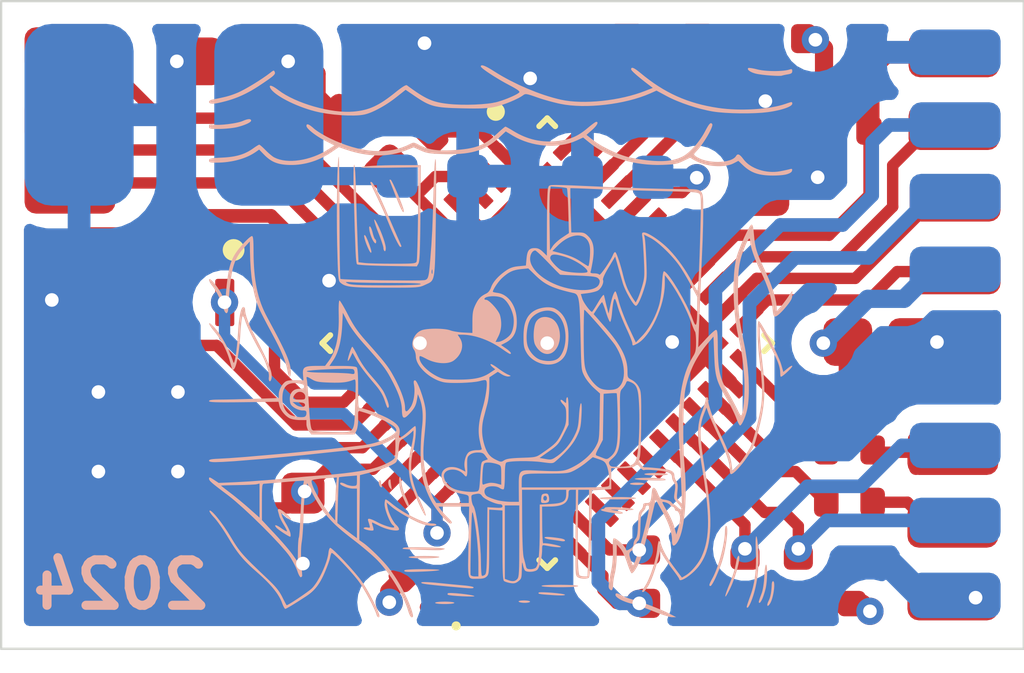
<source format=kicad_pcb>
(kicad_pcb (version 20240108) (generator "pcbnew") (generator_version "8.0")
  (layers (0 "F.Cu" signal) (1 "In1.Cu" signal) (2 "In2.Cu" signal) (31 "B.Cu" signal) (34 "B.Paste" user) (35 "F.Paste" user) (36 "B.SilkS" user "B.Silkscreen") (37 "F.SilkS" user "F.Silkscreen") (38 "B.Mask" user) (39 "F.Mask" user) (44 "Edge.Cuts" user))
  (net 0 "")
  (net 1 "GND")
  (net 2 "XIN32")
  (net 3 "XOUT32")
  (net 4 "3V3")
  (net 5 "QSPI_DATA2")
  (net 6 "SDA1")
  (net 7 "QSPI_SCK")
  (net 8 "SCL0")
  (net 9 "DAC_VOUT1")
  (net 10 "QSPI_DATA1")
  (net 11 "SWDIO")
  (net 12 "SDA0")
  (net 13 "QSPI_CS")
  (net 14 "QSPI_DATA3")
  (net 15 "QSPI_DATA0")
  (net 16 "SWCLK")
  (net 17 "SCL1")
  (net 18 "Net-(R3-Pad2)")
  (net 19 "Net-(R4-Pad2)")
  (net 20 "USB_D+")
  (net 21 "USB_D-")
  (net 22 "/~{RESET}")
  (net 23 "ADC1_AIN1")
  (net 24 "GPIO0")
  (net 25 "GPIO1")
  (net 26 "GPIO2")
  (net 27 "3V3A")
  (net 28 "ADC0_AIN4")
  (net 29 "Net-(U1B-VDDCORE)")
  (net 36 "Net-(D1-K)")
  (net 45 "LED")
  (footprint "Inductor_SMD:L_0603_1608Metric" (layer "F.Cu") (at 139.5 76.425 -45)
    (property "Reference" "FB1" (hide yes))
    (property "Value" "FerriteBead" (hide yes))
    (pad "1" smd roundrect (at -0.787501 0 315) (size 0.875 0.95) (layers "F.Cu" "F.Paste" "F.Mask") (net 4 "3V3"))
    (pad "2" smd roundrect (at 0.787501 0 315) (size 0.875 0.95) (layers "F.Cu" "F.Paste" "F.Mask") (net 27 "3V3A"))
  )
  (footprint "Wearable_processor_board:QFN50P700X700X90-49N" (layer "F.Cu") (at 143.55 80.8 -45)
    (property "Reference" "U1" (hide yes))
    (property "Value" "ATSAMD51" (hide yes))
    (pad "1" smd roundrect (at -3.45 -2.75 315) (size 0.81 0.27) (layers "F.Cu" "F.Paste" "F.Mask") (roundrect_rratio 0.095) (net 2 "XIN32"))
    (pad "2" smd roundrect (at -3.45 -2.25 315) (size 0.81 0.27) (layers "F.Cu" "F.Paste" "F.Mask") (roundrect_rratio 0.095) (net 3 "XOUT32"))
    (pad "3" smd roundrect (at -3.45 -1.749999 315) (size 0.81 0.27) (layers "F.Cu" "F.Paste" "F.Mask") (roundrect_rratio 0.095))
    (pad "4" smd roundrect (at -3.45 -1.25 315) (size 0.81 0.27) (layers "F.Cu" "F.Paste" "F.Mask") (roundrect_rratio 0.095) (net 27 "3V3A"))
    (pad "5" smd roundrect (at -3.449999 -0.75 315) (size 0.81 0.27) (layers "F.Cu" "F.Paste" "F.Mask") (roundrect_rratio 0.095) (net 1 "GND"))
    (pad "6" smd roundrect (at -3.45 -0.25 315) (size 0.81 0.27) (layers "F.Cu" "F.Paste" "F.Mask") (roundrect_rratio 0.095) (net 27 "3V3A"))
    (pad "7" smd roundrect (at -3.45 0.25 315) (size 0.81 0.27) (layers "F.Cu" "F.Paste" "F.Mask") (roundrect_rratio 0.095))
    (pad "8" smd roundrect (at -3.449999 0.75 315) (size 0.81 0.27) (layers "F.Cu" "F.Paste" "F.Mask") (roundrect_rratio 0.095) (net 23 "ADC1_AIN1"))
    (pad "9" smd roundrect (at -3.45 1.25 315) (size 0.81 0.27) (layers "F.Cu" "F.Paste" "F.Mask") (roundrect_rratio 0.095) (net 28 "ADC0_AIN4"))
    (pad "10" smd roundrect (at -3.45 1.749999 315) (size 0.81 0.27) (layers "F.Cu" "F.Paste" "F.Mask") (roundrect_rratio 0.095) (net 9 "DAC_VOUT1"))
    (pad "11" smd roundrect (at -3.45 2.25 315) (size 0.81 0.27) (layers "F.Cu" "F.Paste" "F.Mask") (roundrect_rratio 0.095))
    (pad "12" smd roundrect (at -3.45 2.75 315) (size 0.81 0.27) (layers "F.Cu" "F.Paste" "F.Mask") (roundrect_rratio 0.095))
    (pad "13" smd roundrect (at -2.75 3.45 315) (size 0.27 0.81) (layers "F.Cu" "F.Paste" "F.Mask") (roundrect_rratio 0.095) (net 15 "QSPI_DATA0"))
    (pad "14" smd roundrect (at -2.25 3.45 315) (size 0.27 0.81) (layers "F.Cu" "F.Paste" "F.Mask") (roundrect_rratio 0.095) (net 10 "QSPI_DATA1"))
    (pad "15" smd roundrect (at -1.749999 3.45 315) (size 0.27 0.81) (layers "F.Cu" "F.Paste" "F.Mask") (roundrect_rratio 0.095) (net 5 "QSPI_DATA2"))
    (pad "16" smd roundrect (at -1.25 3.45 315) (size 0.27 0.81) (layers "F.Cu" "F.Paste" "F.Mask") (roundrect_rratio 0.095) (net 14 "QSPI_DATA3"))
    (pad "17" smd roundrect (at -0.75 3.449999 315) (size 0.27 0.81) (layers "F.Cu" "F.Paste" "F.Mask") (roundrect_rratio 0.095) (net 4 "3V3"))
    (pad "18" smd roundrect (at -0.25 3.45 315) (size 0.27 0.81) (layers "F.Cu" "F.Paste" "F.Mask") (roundrect_rratio 0.095) (net 1 "GND"))
    (pad "19" smd roundrect (at 0.25 3.45 315) (size 0.27 0.81) (layers "F.Cu" "F.Paste" "F.Mask") (roundrect_rratio 0.095) (net 7 "QSPI_SCK"))
    (pad "20" smd roundrect (at 0.75 3.449999 315) (size 0.27 0.81) (layers "F.Cu" "F.Paste" "F.Mask") (roundrect_rratio 0.095) (net 13 "QSPI_CS"))
    (pad "21" smd roundrect (at 1.25 3.45 315) (size 0.27 0.81) (layers "F.Cu" "F.Paste" "F.Mask") (roundrect_rratio 0.095))
    (pad "22" smd roundrect (at 1.749999 3.45 315) (size 0.27 0.81) (layers "F.Cu" "F.Paste" "F.Mask") (roundrect_rratio 0.095))
    (pad "23" smd roundrect (at 2.25 3.45 315) (size 0.27 0.81) (layers "F.Cu" "F.Paste" "F.Mask") (roundrect_rratio 0.095))
    (pad "24" smd roundrect (at 2.75 3.45 315) (size 0.27 0.81) (layers "F.Cu" "F.Paste" "F.Mask") (roundrect_rratio 0.095) (net 45 "LED"))
    (pad "25" smd roundrect (at 3.45 2.75 315) (size 0.81 0.27) (layers "F.Cu" "F.Paste" "F.Mask") (roundrect_rratio 0.095) (net 12 "SDA0"))
    (pad "26" smd roundrect (at 3.45 2.25 315) (size 0.81 0.27) (layers "F.Cu" "F.Paste" "F.Mask") (roundrect_rratio 0.095) (net 8 "SCL0"))
    (pad "27" smd roundrect (at 3.45 1.749999 315) (size 0.81 0.27) (layers "F.Cu" "F.Paste" "F.Mask") (roundrect_rratio 0.095))
    (pad "28" smd roundrect (at 3.45 1.25 315) (size 0.81 0.27) (layers "F.Cu" "F.Paste" "F.Mask") (roundrect_rratio 0.095))
    (pad "29" smd roundrect (at 3.449999 0.75 315) (size 0.81 0.27) (layers "F.Cu" "F.Paste" "F.Mask") (roundrect_rratio 0.095))
    (pad "30" smd roundrect (at 3.45 0.25 315) (size 0.81 0.27) (layers "F.Cu" "F.Paste" "F.Mask") (roundrect_rratio 0.095))
    (pad "31" smd roundrect (at 3.45 -0.25 315) (size 0.81 0.27) (layers "F.Cu" "F.Paste" "F.Mask") (roundrect_rratio 0.095) (net 6 "SDA1"))
    (pad "32" smd roundrect (at 3.449999 -0.75 315) (size 0.81 0.27) (layers "F.Cu" "F.Paste" "F.Mask") (roundrect_rratio 0.095) (net 17 "SCL1"))
    (pad "33" smd roundrect (at 3.45 -1.25 315) (size 0.81 0.27) (layers "F.Cu" "F.Paste" "F.Mask") (roundrect_rratio 0.095) (net 21 "USB_D-"))
    (pad "34" smd roundrect (at 3.45 -1.749999 315) (size 0.81 0.27) (layers "F.Cu" "F.Paste" "F.Mask") (roundrect_rratio 0.095) (net 20 "USB_D+"))
    (pad "35" smd roundrect (at 3.45 -2.25 315) (size 0.81 0.27) (layers "F.Cu" "F.Paste" "F.Mask") (roundrect_rratio 0.095) (net 1 "GND"))
    (pad "36" smd roundrect (at 3.45 -2.75 315) (size 0.81 0.27) (layers "F.Cu" "F.Paste" "F.Mask") (roundrect_rratio 0.095) (net 4 "3V3"))
    (pad "37" smd roundrect (at 2.75 -3.45 315) (size 0.27 0.81) (layers "F.Cu" "F.Paste" "F.Mask") (roundrect_rratio 0.095) (net 24 "GPIO0"))
    (pad "38" smd roundrect (at 2.25 -3.45 315) (size 0.27 0.81) (layers "F.Cu" "F.Paste" "F.Mask") (roundrect_rratio 0.095) (net 25 "GPIO1"))
    (pad "39" smd roundrect (at 1.749999 -3.45 315) (size 0.27 0.81) (layers "F.Cu" "F.Paste" "F.Mask") (roundrect_rratio 0.095) (net 26 "GPIO2"))
    (pad "40" smd roundrect (at 1.25 -3.45 315) (size 0.27 0.81) (layers "F.Cu" "F.Paste" "F.Mask") (roundrect_rratio 0.095) (net 22 "/~{RESET}"))
    (pad "41" smd roundrect (at 0.75 -3.449999 315) (size 0.27 0.81) (layers "F.Cu" "F.Paste" "F.Mask") (roundrect_rratio 0.095) (net 29 "Net-(U1B-VDDCORE)"))
    (pad "42" smd roundrect (at 0.25 -3.45 315) (size 0.27 0.81) (layers "F.Cu" "F.Paste" "F.Mask") (roundrect_rratio 0.095) (net 1 "GND"))
    (pad "43" smd roundrect (at -0.25 -3.45 315) (size 0.27 0.81) (layers "F.Cu" "F.Paste" "F.Mask") (roundrect_rratio 0.095))
    (pad "44" smd roundrect (at -0.75 -3.449999 315) (size 0.27 0.81) (layers "F.Cu" "F.Paste" "F.Mask") (roundrect_rratio 0.095) (net 4 "3V3"))
    (pad "45" smd roundrect (at -1.25 -3.45 315) (size 0.27 0.81) (layers "F.Cu" "F.Paste" "F.Mask") (roundrect_rratio 0.095) (net 16 "SWCLK"))
    (pad "46" smd roundrect (at -1.749999 -3.45 315) (size 0.27 0.81) (layers "F.Cu" "F.Paste" "F.Mask") (roundrect_rratio 0.095) (net 11 "SWDIO"))
    (pad "47" smd roundrect (at -2.25 -3.45 315) (size 0.27 0.81) (layers "F.Cu" "F.Paste" "F.Mask") (roundrect_rratio 0.095))
    (pad "48" smd roundrect (at -2.75 -3.45 315) (size 0.27 0.81) (layers "F.Cu" "F.Paste" "F.Mask") (roundrect_rratio 0.095))
    (pad "EP" smd rect (at 0 0 315) (size 5.65 5.65) (layers "F.Cu" "F.Mask") (net 1 "GND"))
  )
  (footprint "Connector_Wire:SolderWirePad_1x01_SMD_1x2mm" (layer "F.Cu") (at 152.525 79.225 90)
    (property "Reference" "TP11" (hide yes))
    (property "Value" "TestPoint" (hide yes))
    (pad "1" smd roundrect (at 0 0 90) (size 1 2) (layers "F.Cu" "F.Paste" "F.Mask") (net 24 "GPIO0"))
  )
  (footprint "Connector_Wire:SolderWirePad_1x01_SMD_1x2mm" (layer "F.Cu") (at 145.3 74.775)
    (property "Reference" "TP1" (hide yes))
    (property "Value" "TestPoint" (hide yes))
    (pad "1" smd roundrect (at 0 0) (size 1 2) (layers "F.Cu" "F.Paste" "F.Mask") (net 11 "SWDIO"))
  )
  (footprint "Connector_Wire:SolderWirePad_1x01_SMD_1x2mm" (layer "F.Cu") (at 152.475 83.2 -90)
    (property "Reference" "TP5" (hide yes))
    (property "Value" "TestPoint" (hide yes))
    (pad "1" smd roundrect (at 0 0 270) (size 1 2) (layers "F.Cu" "F.Paste" "F.Mask") (net 18 "Net-(R3-Pad2)"))
  )
  (footprint "Capacitor_Tantalum_SMD:CP_EIA-1608-08_AVX-J" (layer "F.Cu") (at 148.35 76.75 90)
    (property "Reference" "C1" (hide yes))
    (property "Value" "10uF" (hide yes))
    (pad "1" smd roundrect (at -0.7125 0 90) (size 1.075 1.05) (layers "F.Cu" "F.Paste" "F.Mask") (roundrect_rratio 0.238095) (net 29 "Net-(U1B-VDDCORE)"))
    (pad "2" smd roundrect (at 0.7125 0 90) (size 1.075 1.05) (layers "F.Cu" "F.Paste" "F.Mask") (roundrect_rratio 0.238095) (net 1 "GND"))
  )
  (footprint "Resistor_SMD:R_0402_1005Metric" (layer "F.Cu") (at 150.2 83.15)
    (property "Reference" "R3" (hide yes))
    (property "Value" "22" (hide yes))
    (pad "1" smd roundrect (at -0.51 0) (size 0.54 0.64) (layers "F.Cu" "F.Paste" "F.Mask") (net 20 "USB_D+"))
    (pad "2" smd roundrect (at 0.51 0) (size 0.54 0.64) (layers "F.Cu" "F.Paste" "F.Mask") (net 18 "Net-(R3-Pad2)"))
  )
  (footprint "Resistor_SMD:R_0402_1005Metric" (layer "F.Cu") (at 146.275 86.525)
    (property "Reference" "R6" (hide yes))
    (property "Value" "2.2k" (hide yes))
    (pad "1" smd roundrect (at -0.51 0) (size 0.54 0.64) (layers "F.Cu" "F.Paste" "F.Mask") (net 12 "SDA0"))
    (pad "2" smd roundrect (at 0.51 0) (size 0.54 0.64) (layers "F.Cu" "F.Paste" "F.Mask") (net 4 "3V3"))
  )
  (footprint "Capacitor_SMD:C_0402_1005Metric" (layer "F.Cu") (at 150.625 82.025)
    (property "Reference" "C6" (hide yes))
    (property "Value" "0.1uF" (hide yes))
    (pad "1" smd roundrect (at -0.48 0) (size 0.56 0.62) (layers "F.Cu" "F.Paste" "F.Mask") (net 4 "3V3"))
    (pad "2" smd roundrect (at 0.48 0) (size 0.56 0.62) (layers "F.Cu" "F.Paste" "F.Mask") (net 1 "GND"))
  )
  (footprint "Wearable_processor_board:FC2012AN" (layer "F.Cu") (at 141.375 75.675 -135)
    (property "Reference" "Y1" (hide yes))
    (property "Value" "32.768kHz" (hide yes))
    (pad "1" smd roundrect (at -0.675 0 225) (size 0.5 1) (layers "F.Cu" "F.Paste" "F.Mask") (net 2 "XIN32"))
    (pad "2" smd roundrect (at 0.675 0 225) (size 0.5 1) (layers "F.Cu" "F.Paste" "F.Mask") (net 3 "XOUT32"))
  )
  (footprint "Connector_Wire:SolderWirePad_1x01_SMD_1x2mm" (layer "F.Cu") (at 152.5 76.05 90)
    (property "Reference" "TP13" (hide yes))
    (property "Value" "TestPoint" (hide yes))
    (pad "1" smd roundrect (at 0 0 90) (size 1 2) (layers "F.Cu" "F.Paste" "F.Mask") (net 26 "GPIO2"))
  )
  (footprint "Connector_Wire:SolderWirePad_1x01_SMD_1x2mm" (layer "F.Cu") (at 152.5 74.45 90)
    (property "Reference" "TP9" (hide yes))
    (property "Value" "TestPoint" (hide yes))
    (pad "1" smd roundrect (at 0 0 90) (size 1 2) (layers "F.Cu" "F.Paste" "F.Mask") (net 22 "/~{RESET}"))
  )
  (footprint "Connector_Wire:SolderWirePad_1x01_SMD_1x2mm" (layer "F.Cu") (at 133.05 74.35 -90)
    (property "Reference" "TP16" (hide yes))
    (property "Value" "TestPoint" (hide yes))
    (pad "1" smd roundrect (at 0 0 270) (size 1 2) (layers "F.Cu" "F.Paste" "F.Mask") (net 23 "ADC1_AIN1"))
  )
  (footprint "Wearable_processor_board:SON127P500X600X80-9N" (layer "F.Cu") (at 134.55 82.75 -90)
    (property "Reference" "U2" (hide yes))
    (property "Value" "S25FL064LABNFI043" (hide yes))
    (pad "1" smd roundrect (at -2.845 -1.905 270) (size 1.04 0.42) (layers "F.Cu" "F.Paste" "F.Mask") (roundrect_rratio 0.125) (net 13 "QSPI_CS"))
    (pad "2" smd roundrect (at -2.845 -0.635 270) (size 1.04 0.42) (layers "F.Cu" "F.Paste" "F.Mask") (roundrect_rratio 0.125) (net 10 "QSPI_DATA1"))
    (pad "3" smd roundrect (at -2.845 0.635 270) (size 1.04 0.42) (layers "F.Cu" "F.Paste" "F.Mask") (roundrect_rratio 0.125) (net 5 "QSPI_DATA2"))
    (pad "4" smd roundrect (at -2.845 1.905 270) (size 1.04 0.42) (layers "F.Cu" "F.Paste" "F.Mask") (roundrect_rratio 0.125) (net 1 "GND"))
    (pad "5" smd roundrect (at 2.845 1.905 270) (size 1.04 0.42) (layers "F.Cu" "F.Paste" "F.Mask") (roundrect_rratio 0.125) (net 15 "QSPI_DATA0"))
    (pad "6" smd roundrect (at 2.845 0.635 270) (size 1.04 0.42) (layers "F.Cu" "F.Paste" "F.Mask") (roundrect_rratio 0.125) (net 7 "QSPI_SCK"))
    (pad "7" smd roundrect (at 2.845 -0.635 270) (size 1.04 0.42) (layers "F.Cu" "F.Paste" "F.Mask") (roundrect_rratio 0.125) (net 14 "QSPI_DATA3"))
    (pad "8" smd roundrect (at 2.845 -1.905 270) (size 1.04 0.42) (layers "F.Cu" "F.Paste" "F.Mask") (roundrect_rratio 0.125) (net 4 "3V3"))
    (pad "9" smd rect (at 0 0 270) (size 3 3) (layers "F.Cu" "F.Mask") (net 1 "GND"))
  )
  (footprint "Capacitor_Tantalum_SMD:CP_EIA-1608-08_AVX-J" (layer "F.Cu") (at 150.875 80.775)
    (property "Reference" "C8" (hide yes))
    (property "Value" "10uF" (hide yes))
    (pad "1" smd roundrect (at -0.7125 0) (size 1.075 1.05) (layers "F.Cu" "F.Paste" "F.Mask") (roundrect_rratio 0.238095) (net 4 "3V3"))
    (pad "2" smd roundrect (at 0.7125 0) (size 1.075 1.05) (layers "F.Cu" "F.Paste" "F.Mask") (roundrect_rratio 0.238095) (net 1 "GND"))
  )
  (footprint "Resistor_SMD:R_0402_1005Metric" (layer "F.Cu") (at 147.9 86.025 -90)
    (property "Reference" "R7" (hide yes))
    (property "Value" "2.2k" (hide yes))
    (pad "1" smd roundrect (at -0.51 0 270) (size 0.54 0.64) (layers "F.Cu" "F.Paste" "F.Mask") (net 6 "SDA1"))
    (pad "2" smd roundrect (at 0.51 0 270) (size 0.54 0.64) (layers "F.Cu" "F.Paste" "F.Mask") (net 4 "3V3"))
  )
  (footprint "Connector_Wire:SolderWirePad_1x01_SMD_1x2mm" (layer "F.Cu") (at 146.85 74.775)
    (property "Reference" "TP2" (hide yes))
    (property "Value" "TestPoint" (hide yes))
    (pad "1" smd roundrect (at 0 0) (size 1 2) (layers "F.Cu" "F.Paste" "F.Mask") (net 16 "SWCLK"))
  )
  (footprint "Capacitor_SMD:C_0402_1005Metric" (layer "F.Cu") (at 150.15 76.125 180)
    (property "Reference" "C2" (hide yes))
    (property "Value" "0.1uF" (hide yes))
    (pad "1" smd roundrect (at -0.48 0 180) (size 0.56 0.62) (layers "F.Cu" "F.Paste" "F.Mask") (net 22 "/~{RESET}"))
    (pad "2" smd roundrect (at 0.48 0 180) (size 0.56 0.62) (layers "F.Cu" "F.Paste" "F.Mask") (net 1 "GND"))
  )
  (footprint "Connector_Wire:SolderWirePad_1x01_SMD_1x2mm" (layer "F.Cu") (at 133.05 75.9 -90)
    (property "Reference" "TP18" (hide yes))
    (property "Value" "TestPoint" (hide yes))
    (pad "1" smd roundrect (at 0 0 270) (size 1 2) (layers "F.Cu" "F.Paste" "F.Mask") (net 28 "ADC0_AIN4"))
  )
  (footprint "Connector_Wire:SolderWirePad_1x01_SMD_1x2mm" (layer "F.Cu") (at 152.475 84.8 90)
    (property "Reference" "TP6" (hide yes))
    (property "Value" "TestPoint" (hide yes))
    (pad "1" smd roundrect (at 0 0 90) (size 1 2) (layers "F.Cu" "F.Paste" "F.Mask") (net 19 "Net-(R4-Pad2)"))
  )
  (footprint "Capacitor_Tantalum_SMD:CP_EIA-1608-08_AVX-J" (layer "F.Cu") (at 136.6 74.6 180)
    (property "Reference" "C11" (hide yes))
    (property "Value" "10uF" (hide yes))
    (pad "1" smd roundrect (at -0.7125 0 180) (size 1.075 1.05) (layers "F.Cu" "F.Paste" "F.Mask") (roundrect_rratio 0.238095) (net 4 "3V3"))
    (pad "2" smd roundrect (at 0.7125 0 180) (size 1.075 1.05) (layers "F.Cu" "F.Paste" "F.Mask") (roundrect_rratio 0.238095) (net 1 "GND"))
  )
  (footprint "Capacitor_SMD:C_0402_1005Metric" (layer "F.Cu") (at 150.25 86.05 90)
    (property "Reference" "C5" (hide yes))
    (property "Value" "0.1uF" (hide yes))
    (pad "1" smd roundrect (at -0.48 0 90) (size 0.56 0.62) (layers "F.Cu" "F.Paste" "F.Mask") (net 4 "3V3"))
    (pad "2" smd roundrect (at 0.48 0 90) (size 0.56 0.62) (layers "F.Cu" "F.Paste" "F.Mask") (net 1 "GND"))
  )
  (footprint "Resistor_SMD:R_0402_1005Metric" (layer "F.Cu") (at 142.275 86.15 135)
    (property "Reference" "R10" (hide yes))
    (property "Value" "330" (hide yes))
    (pad "1" smd roundrect (at -0.509999 0 135) (size 0.54 0.64) (layers "F.Cu" "F.Paste" "F.Mask") (net 45 "LED"))
    (pad "2" smd roundrect (at 0.509999 0 135) (size 0.54 0.64) (layers "F.Cu" "F.Paste" "F.Mask") (net 36 "Net-(D1-K)"))
  )
  (footprint "Resistor_SMD:R_0402_1005Metric" (layer "F.Cu") (at 150.15 75.125 180)
    (property "Reference" "R9" (hide yes))
    (property "Value" "10k" (hide yes))
    (pad "1" smd roundrect (at -0.51 0 180) (size 0.54 0.64) (layers "F.Cu" "F.Paste" "F.Mask") (net 22 "/~{RESET}"))
    (pad "2" smd roundrect (at 0.51 0 180) (size 0.54 0.64) (layers "F.Cu" "F.Paste" "F.Mask") (net 4 "3V3"))
  )
  (footprint "LED_SMD:LED_0402_1005Metric" (layer "F.Cu") (at 140.775 86.25 135)
    (property "Reference" "D1" (hide yes))
    (property "Value" "Yellow LED" (hide yes))
    (pad "1" smd roundrect (at -0.485 0 135) (size 0.59 0.64) (layers "F.Cu" "F.Paste" "F.Mask") (net 36 "Net-(D1-K)"))
    (pad "2" smd roundrect (at 0.485 0 135) (size 0.59 0.64) (layers "F.Cu" "F.Paste" "F.Mask") (net 4 "3V3"))
  )
  (footprint "Capacitor_SMD:C_0402_1005Metric" (layer "F.Cu") (at 142.725 74.5 -45)
    (property "Reference" "C3" (hide yes))
    (property "Value" "18pF" (hide yes))
    (pad "1" smd roundrect (at -0.48 0 315) (size 0.56 0.62) (layers "F.Cu" "F.Paste" "F.Mask") (net 2 "XIN32"))
    (pad "2" smd roundrect (at 0.48 0 315) (size 0.56 0.62) (layers "F.Cu" "F.Paste" "F.Mask") (net 1 "GND"))
  )
  (footprint "Resistor_SMD:R_0402_1005Metric" (layer "F.Cu") (at 149.075 86.025 -90)
    (property "Reference" "R8" (hide yes))
    (property "Value" "2.2k" (hide yes))
    (pad "1" smd roundrect (at -0.51 0 270) (size 0.54 0.64) (layers "F.Cu" "F.Paste" "F.Mask") (net 17 "SCL1"))
    (pad "2" smd roundrect (at 0.51 0 270) (size 0.54 0.64) (layers "F.Cu" "F.Paste" "F.Mask") (net 4 "3V3"))
  )
  (footprint "Resistor_SMD:R_0402_1005Metric" (layer "F.Cu") (at 150.2 84.3)
    (property "Reference" "R4" (hide yes))
    (property "Value" "22" (hide yes))
    (pad "1" smd roundrect (at -0.51 0) (size 0.54 0.64) (layers "F.Cu" "F.Paste" "F.Mask") (net 21 "USB_D-"))
    (pad "2" smd roundrect (at 0.51 0) (size 0.54 0.64) (layers "F.Cu" "F.Paste" "F.Mask") (net 19 "Net-(R4-Pad2)"))
  )
  (footprint "Connector_Wire:SolderWirePad_1x01_SMD_1x2mm" (layer "F.Cu") (at 133.05 77.45 -90)
    (property "Reference" "TP17" (hide yes))
    (property "Value" "TestPoint" (hide yes))
    (pad "1" smd roundrect (at 0 0 270) (size 1 2) (layers "F.Cu" "F.Paste" "F.Mask") (net 9 "DAC_VOUT1"))
  )
  (footprint "Capacitor_SMD:C_0603_1608Metric" (layer "F.Cu") (at 138.175 84.875 -90)
    (property "Reference" "C10" (hide yes))
    (property "Value" "0.1uF" (hide yes))
    (pad "1" smd roundrect (at -0.775 0 270) (size 0.9 0.95) (layers "F.Cu" "F.Paste" "F.Mask") (net 4 "3V3"))
    (pad "2" smd roundrect (at 0.775 0 270) (size 0.9 0.95) (layers "F.Cu" "F.Paste" "F.Mask") (net 1 "GND"))
  )
  (footprint "Resistor_SMD:R_0402_1005Metric" (layer "F.Cu") (at 146.275 85.35)
    (property "Reference" "R5" (hide yes))
    (property "Value" "2.2k" (hide yes))
    (pad "1" smd roundrect (at -0.51 0) (size 0.54 0.64) (layers "F.Cu" "F.Paste" "F.Mask") (net 8 "SCL0"))
    (pad "2" smd roundrect (at 0.51 0) (size 0.54 0.64) (layers "F.Cu" "F.Paste" "F.Mask") (net 4 "3V3"))
  )
  (footprint "Capacitor_SMD:C_0402_1005Metric" (layer "F.Cu") (at 140.375 74.7 45)
    (property "Reference" "C4" (hide yes))
    (property "Value" "18pF" (hide yes))
    (pad "1" smd roundrect (at -0.48 0 45) (size 0.56 0.62) (layers "F.Cu" "F.Paste" "F.Mask") (net 3 "XOUT32"))
    (pad "2" smd roundrect (at 0.48 0 45) (size 0.56 0.62) (layers "F.Cu" "F.Paste" "F.Mask") (net 1 "GND"))
  )
  (footprint "Connector_Wire:SolderWirePad_1x01_SMD_1x2mm" (layer "F.Cu") (at 152.525 77.625 90)
    (property "Reference" "TP12" (hide yes))
    (property "Value" "TestPoint" (hide yes))
    (pad "1" smd roundrect (at 0 0 90) (size 1 2) (layers "F.Cu" "F.Paste" "F.Mask") (net 25 "GPIO1"))
  )
  (footprint "Connector_Wire:SolderWirePad_1x01_SMD_1x2mm" (layer "F.Cu") (at 152.475 86.4 90)
    (property "Reference" "TP10" (hide yes))
    (property "Value" "TestPoint" (hide yes))
    (pad "1" smd roundrect (at 0 0 90) (size 1 2) (layers "F.Cu" "F.Paste" "F.Mask") (net 1 "GND"))
  )
  (footprint "Resistor_SMD:R_0402_1005Metric" (layer "F.Cu") (at 148.675 74.1)
    (property "Reference" "R2" (hide yes))
    (property "Value" "1k" (hide yes))
    (pad "1" smd roundrect (at -0.51 0) (size 0.54 0.64) (layers "F.Cu" "F.Paste" "F.Mask") (net 16 "SWCLK"))
    (pad "2" smd roundrect (at 0.51 0) (size 0.54 0.64) (layers "F.Cu" "F.Paste" "F.Mask") (net 4 "3V3"))
  )
  (footprint "Connector_Wire:SolderWirePad_1x01_SMD_1x2mm" (layer "B.Cu") (at 152.525 83.05 90)
    (property "Reference" "TP8" (hide yes))
    (property "Value" "TestPoint" (hide yes))
    (pad "1" smd roundrect (at 0 0 90) (size 1 2) (layers "B.Cu" "B.Paste" "B.Mask") (net 6 "SDA1"))
  )
  (footprint "Wearable_processor_board:Power_pad" (layer "B.Cu") (at 137.425 75.775)
    (property "Reference" "TP14" (hide yes))
    (property "Value" "TestPoint" (hide yes))
    (pad "1" smd roundrect (at 0 0) (size 2.4 4) (layers "B.Cu" "B.Paste" "B.Mask") (net 4 "3V3"))
  )
  (footprint "Capacitor_SMD:C_0603_1608Metric" (layer "B.Cu") (at 141.025 77.125)
    (property "Reference" "C9" (hide yes))
    (property "Value" "0.1uF" (hide yes))
    (pad "1" smd roundrect (at -0.775 0) (size 0.9 0.95) (layers "B.Cu" "B.Paste" "B.Mask") (net 4 "3V3"))
    (pad "2" smd roundrect (at 0.775 0) (size 0.9 0.95) (layers "B.Cu" "B.Paste" "B.Mask") (net 1 "GND"))
  )
  (footprint "Wearable_processor_board:Power_pad" (layer "B.Cu") (at 133.25 75.775)
    (property "Reference" "TP15" (hide yes))
    (property "Value" "TestPoint" (hide yes))
    (pad "1" smd roundrect (at 0 0) (size 2.4 4) (layers "B.Cu" "B.Paste" "B.Mask") (net 1 "GND"))
  )
  (footprint "Connector_Wire:SolderWirePad_1x01_SMD_1x2mm" (layer "B.Cu") (at 152.525 84.7 -90)
    (property "Reference" "TP7" (hide yes))
    (property "Value" "TestPoint" (hide yes))
    (pad "1" smd roundrect (at 0 0 270) (size 1 2) (layers "B.Cu" "B.Paste" "B.Mask") (net 17 "SCL1"))
  )
  (footprint "Connector_Wire:SolderWirePad_1x01_SMD_1x2mm" (layer "B.Cu") (at 152.525 86.35 90)
    (property "Reference" "TP20" (hide yes))
    (property "Value" "TestPoint" (hide yes))
    (pad "1" smd roundrect (at 0 0 90) (size 1 2) (layers "B.Cu" "B.Paste" "B.Mask") (net 1 "GND"))
  )
  (footprint "Connector_Wire:SolderWirePad_1x01_SMD_1x2mm" (layer "B.Cu") (at 152.525 77.575 -90)
    (property "Reference" "TP3" (hide yes))
    (property "Value" "TestPoint" (hide yes))
    (pad "1" smd roundrect (at 0 0 270) (size 1 2) (layers "B.Cu" "B.Paste" "B.Mask") (net 8 "SCL0"))
  )
  (footprint "Connector_Wire:SolderWirePad_1x01_SMD_1x2mm" (layer "B.Cu") (at 152.525 74.4 -90)
    (property "Reference" "TP19" (hide yes))
    (property "Value" "TestPoint" (hide yes))
    (pad "1" smd roundrect (at 0 0 270) (size 1 2) (layers "B.Cu" "B.Paste" "B.Mask") (net 1 "GND"))
  )
  (footprint "Connector_Wire:SolderWirePad_1x01_SMD_1x2mm" (layer "B.Cu") (at 152.525 76 -90)
    (property "Reference" "TP4" (hide yes))
    (property "Value" "TestPoint" (hide yes))
    (pad "1" smd roundrect (at 0 0 270) (size 1 2) (layers "B.Cu" "B.Paste" "B.Mask") (net 12 "SDA0"))
  )
  (footprint "Capacitor_SMD:C_0603_1608Metric" (layer "B.Cu") (at 145.1 77.15 180)
    (property "Reference" "C7" (hide yes))
    (property "Value" "0.1uF" (hide yes))
    (pad "1" smd roundrect (at -0.775 0 180) (size 0.9 0.95) (layers "B.Cu" "B.Paste" "B.Mask") (net 4 "3V3"))
    (pad "2" smd roundrect (at 0.775 0 180) (size 0.9 0.95) (layers "B.Cu" "B.Paste" "B.Mask") (net 1 "GND"))
  )
  (footprint "Connector_Wire:SolderWirePad_1x01_SMD_1x2mm" (layer "B.Cu") (at 152.525 79.175 90)
    (property "Reference" "TP21" (hide yes))
    (property "Value" "TestPoint" (hide yes))
    (pad "1" smd roundrect (at 0 0 90) (size 1 2) (layers "B.Cu" "B.Paste" "B.Mask") (net 4 "3V3"))
  )
  (footprint "Wearable_processor_board:This_is_fine_scaled_0.1" (layer "B.Cu") (at 142.516457 87.812812 180)
    (property "Reference" "REF**" (hide yes))
    (property "Value" "This_is_fine_scaled_0.1" (hide yes))
  )
  (gr_rect (start 131.535 73.275) (end 154.035 87.525) (stroke (width 0.05)) (fill none) (layer "Edge.Cuts"))
  (gr_text "2024" (at 136.2 86.7 0) (layer "B.SilkS") (effects (font (size 1 1) (thickness 0.2) (bold yes)) (justify left bottom mirror)))
  (segment (start 151.925 86.4) (end 151.175 85.65) (width 0.4) (layer "F.Cu") (net 1))
  (segment (start 140.933705 83.062742) (end 138.346447 85.65) (width 0.25) (layer "F.Cu") (net 1))
  (segment (start 151.175 85.65) (end 150.33 85.65) (width 0.4) (layer "F.Cu") (net 1))
  (segment (start 140.933705 83.062742) (end 143.196447 80.8) (width 0.25) (layer "F.Cu") (net 1))
  (segment (start 149.5 77.15) (end 149.67 76.98) (width 0.4) (layer "F.Cu") (net 1))
  (segment (start 151.587501 81.542499) (end 151.105 82.025) (width 0.4) (layer "F.Cu") (net 1))
  (segment (start 141.640812 77.830152) (end 143.55 79.73934) (width 0.25) (layer "F.Cu") (net 1))
  (segment (start 138.75 79.425) (end 138.75 79.278248) (width 0.3) (layer "F.Cu") (net 1))
  (segment (start 146.166295 78.537258) (end 143.903553 80.8) (width 0.25) (layer "F.Cu") (net 1))
  (segment (start 149.67 76.98) (end 149.67 76.125) (width 0.4) (layer "F.Cu") (net 1))
  (segment (start 133.428248 78.4) (end 132.645 79.183248) (width 0.3) (layer "F.Cu") (net 1))
  (segment (start 147.580509 81.648528) (end 146.731981 80.8) (width 0.3) (layer "F.Cu") (net 1))
  (segment (start 135 78) (end 134.6 78.4) (width 0.3) (layer "F.Cu") (net 1))
  (segment (start 132.645 79.183248) (end 132.645 79.905) (width 0.3) (layer "F.Cu") (net 1))
  (segment (start 149.67 76.125) (end 149.582499 76.037499) (width 0.4) (layer "F.Cu") (net 1))
  (segment (start 151.587501 80.775) (end 152.125 80.775) (width 0.4) (layer "F.Cu") (net 1))
  (segment (start 135.4 74.6) (end 135.8875 74.6) (width 0.4) (layer "F.Cu") (net 1))
  (segment (start 137.471752 78) (end 135 78) (width 0.3) (layer "F.Cu") (net 1))
  (segment (start 151.587501 80.775) (end 151.587501 81.542499) (width 0.4) (layer "F.Cu") (net 1))
  (segment (start 134.6 78.4) (end 133.428248 78.4) (width 0.3) (layer "F.Cu") (net 1))
  (segment (start 138.75 79.278248) (end 137.471752 78) (width 0.3) (layer "F.Cu") (net 1))
  (segment (start 149.582499 76.037499) (end 148.35 76.037499) (width 0.4) (layer "F.Cu") (net 1))
  (via (at 152.125 80.775) (size 0.6) (drill 0.3) (layers "F.Cu" "B.Cu") (net 1))
  (via (at 135.4 74.6) (size 0.6) (drill 0.3) (layers "F.Cu" "B.Cu") (net 1))
  (via (at 135.425 81.875) (size 0.6) (drill 0.3) (layers "F.Cu" "B.Cu") (net 1))
  (via (at 140.75 80.8) (size 0.6) (drill 0.3) (layers "F.Cu" "B.Cu") (net 1))
  (via (at 138.175 85.65) (size 0.6) (drill 0.3) (layers "F.Cu" "B.Cu") (net 1))
  (via (at 133.675 81.875) (size 0.6) (drill 0.3) (layers "F.Cu" "B.Cu") (net 1))
  (via (at 138.75 79.425) (size 0.6) (drill 0.3) (layers "F.Cu" "B.Cu") (net 1))
  (via (at 135.425 83.625) (size 0.6) (drill 0.3) (layers "F.Cu" "B.Cu") (net 1))
  (via (at 146.3 80.775) (size 0.6) (drill 0.3) (layers "F.Cu" "B.Cu") (net 1))
  (via (at 132.65 79.85) (size 0.6) (drill 0.3) (layers "F.Cu" "B.Cu") (net 1))
  (via (at 140.85 74.2) (size 0.6) (drill 0.3) (layers "F.Cu" "B.Cu") (net 1))
  (via (at 143.175 74.975) (size 0.6) (drill 0.3) (layers "F.Cu" "B.Cu") (net 1))
  (via (at 143.55 80.8) (size 0.6) (drill 0.3) (layers "F.Cu" "B.Cu") (net 1))
  (via (at 148.35 75.475) (size 0.6) (drill 0.3) (layers "F.Cu" "B.Cu") (net 1))
  (via (at 152.975 86.4) (size 0.6) (drill 0.3) (layers "F.Cu" "B.Cu") (net 1))
  (via (at 149.5 77.15) (size 0.6) (drill 0.3) (layers "F.Cu" "B.Cu") (net 1))
  (via (at 133.675 83.625) (size 0.6) (drill 0.3) (layers "F.Cu" "B.Cu") (net 1))
  (segment (start 151.775 86.35) (end 151.925 86.35) (width 0.6) (layer "B.Cu") (net 1))
  (segment (start 149.975 82.925) (end 152.125 80.775) (width 0.6) (layer "B.Cu") (net 1))
  (segment (start 146.75 86.05) (end 146.75 85.025) (width 0.6) (layer "B.Cu") (net 1))
  (segment (start 150.825 74.4) (end 149.5 75.725) (width 0.4) (layer "B.Cu") (net 1))
  (segment (start 150.25 85.625) (end 149.35 86.525) (width 0.6) (layer "B.Cu") (net 1))
  (segment (start 152.925 86.35) (end 151.925 86.35) (width 0.4) (layer "B.Cu") (net 1))
  (segment (start 151.05 85.625) (end 151.775 86.35) (width 0.6) (layer "B.Cu") (net 1))
  (segment (start 150.5 85.625) (end 150.25 85.625) (width 0.6) (layer "B.Cu") (net 1))
  (segment (start 146.75 85.025) (end 148.85 82.925) (width 0.6) (layer "B.Cu") (net 1))
  (segment (start 147.225 86.525) (end 146.75 86.05) (width 0.6) (layer "B.Cu") (net 1))
  (segment (start 148.85 82.925) (end 149.975 82.925) (width 0.6) (layer "B.Cu") (net 1))
  (segment (start 152.525 74.4) (end 150.825 74.4) (width 0.4) (layer "B.Cu") (net 1))
  (segment (start 152.975 86.4) (end 152.925 86.35) (width 0.4) (layer "B.Cu") (net 1))
  (segment (start 149.5 75.725) (end 149.5 77.15) (width 0.4) (layer "B.Cu") (net 1))
  (segment (start 150.5 85.625) (end 151.05 85.625) (width 0.6) (layer "B.Cu") (net 1))
  (segment (start 149.35 86.525) (end 147.225 86.525) (width 0.6) (layer "B.Cu") (net 1))
  (segment (start 142.485589 74.164411) (end 141.852297 74.797703) (width 0.4) (layer "F.Cu") (net 2))
  (segment (start 141.852297 74.797703) (end 141.852297 75.197703) (width 0.4) (layer "F.Cu") (net 2))
  (segment (start 143.055025 76.415938) (end 142.05 75.410913) (width 0.25) (layer "F.Cu") (net 2))
  (segment (start 142.701472 76.769491) (end 142.084278 76.152297) (width 0.25) (layer "F.Cu") (net 3))
  (segment (start 140.035589 75.290183) (end 140.897703 76.152297) (width 0.4) (layer "F.Cu") (net 3))
  (segment (start 142.084278 76.152297) (end 140.897703 76.152297) (width 0.25) (layer "F.Cu") (net 3))
  (segment (start 140.035589 75.039411) (end 140.035589 75.290183) (width 0.4) (layer "F.Cu") (net 3))
  (segment (start 137.85 84.425) (end 138.175 84.1) (width 0.25) (layer "F.Cu") (net 4))
  (segment (start 150.48 86.53) (end 150.25 86.53) (width 0.4) (layer "F.Cu") (net 4))
  (segment (start 137.85 74.6) (end 138.2 74.6) (width 0.4) (layer "F.Cu") (net 4))
  (segment (start 138.475 75.375) (end 138.943153 75.843153) (width 0.4) (layer "F.Cu") (net 4))
  (segment (start 145.802351 77.486989) (end 145.459188 77.830152) (width 0.25) (layer "F.Cu") (net 4))
  (segment (start 150.65 86.7) (end 150.48 86.53) (width 0.4) (layer "F.Cu") (net 4))
  (segment (start 138.2 74.6) (end 138.475 74.875) (width 0.4) (layer "F.Cu") (net 4))
  (segment (start 149.45 74.125) (end 149.64 74.315) (width 0.4) (layer "F.Cu") (net 4))
  (segment (start 150.162499 80.775) (end 150.162499 82.007501) (width 0.4) (layer "F.Cu") (net 4))
  (segment (start 138.943153 75.843153) (end 138.943153 75.868153) (width 0.4) (layer "F.Cu") (net 4))
  (segment (start 149.45 74.125) (end 149.425 74.1) (width 0.4) (layer "F.Cu") (net 4))
  (segment (start 149.425 74.1) (end 149.185 74.1) (width 0.4) (layer "F.Cu") (net 4))
  (segment (start 137.85 74.6) (end 137.3125 74.6) (width 0.4) (layer "F.Cu") (net 4))
  (segment (start 149.64 74.315) (end 149.64 75.125) (width 0.4) (layer "F.Cu") (net 4))
  (segment (start 138.2125 84.0625) (end 138.175 84.1) (width 0.25) (layer "F.Cu") (net 4))
  (segment (start 150.145 82.025) (end 148.664087 82.025) (width 0.25) (layer "F.Cu") (net 4))
  (segment (start 150.162499 80.775) (end 149.65 80.775) (width 0.4) (layer "F.Cu") (net 4))
  (segment (start 136.455 85.295) (end 137.325 84.425) (width 0.25) (layer "F.Cu") (net 4))
  (segment (start 138.475 74.875) (end 138.475 75.375) (width 0.4) (layer "F.Cu") (net 4))
  (segment (start 140.075 86.264106) (end 140.432053 85.907053) (width 0.4) (layer "F.Cu") (net 4))
  (segment (start 138.868153 75.793153) (end 138.943153 75.868153) (width 0.4) (layer "F.Cu") (net 4))
  (segment (start 138.855653 75.793153) (end 138.868153 75.793153) (width 0.4) (layer "F.Cu") (net 4))
  (segment (start 146.784999 85.35) (end 146.784999 86.525) (width 0.4) (layer "F.Cu") (net 4))
  (segment (start 148.650002 86.484999) (end 149.025 86.484999) (width 0.4) (layer "F.Cu") (net 4))
  (segment (start 140.580152 82.709188) (end 139.71434 83.575) (width 0.25) (layer "F.Cu") (net 4))
  (segment (start 140.075 86.5) (end 140.075 86.264106) (width 0.4) (layer "F.Cu") (net 4))
  (segment (start 146.84 77.16) (end 146.513011 77.486989) (width 0.25) (layer "F.Cu") (net 4))
  (segment (start 137.325 84.425) (end 137.85 84.425) (width 0.25) (layer "F.Cu") (net 4))
  (segment (start 150.65 86.7) (end 150.484999 86.534999) (width 0.4) (layer "F.Cu") (net 4))
  (segment (start 150.484999 86.534999) (end 146.794998 86.534999) (width 0.4) (layer "F.Cu") (net 4))
  (segment (start 139.71434 83.575) (end 138.7 83.575) (width 0.25) (layer "F.Cu") (net 4))
  (segment (start 149.65 80.775) (end 149.625 80.8) (width 0.4) (layer "F.Cu") (net 4))
  (segment (start 138.7 83.575) (end 138.2125 84.0625) (width 0.25) (layer "F.Cu") (net 4))
  (segment (start 146.513011 77.486989) (end 145.802351 77.486989) (width 0.25) (layer "F.Cu") (net 4))
  (segment (start 148.664087 82.025) (end 147.934062 81.294975) (width 0.25) (layer "F.Cu") (net 4))
  (via (at 149.45 74.125) (size 0.6) (drill 0.3) (layers "F.Cu" "B.Cu") (net 4))
  (via (at 140.075 86.5) (size 0.6) (drill 0.3) (layers "F.Cu" "B.Cu") (net 4))
  (via (at 138.2125 84.0625) (size 0.6) (drill 0.3) (layers "F.Cu" "B.Cu") (net 4))
  (via (at 146.84 77.16) (size 0.6) (drill 0.3) (layers "F.Cu" "B.Cu") (net 4))
  (via (at 150.65 86.7) (size 0.6) (drill 0.3) (layers "F.Cu" "B.Cu") (net 4))
  (via (at 137.85 74.6) (size 0.6) (drill 0.3) (layers "F.Cu" "B.Cu") (net 4))
  (via (at 149.625 80.8) (size 0.6) (drill 0.3) (layers "F.Cu" "B.Cu") (net 4))
  (segment (start 145.885 77.16) (end 146.84 77.16) (width 0.4) (layer "B.Cu") (net 4))
  (segment (start 152.525 79.175) (end 152.05 79.175) (width 0.4) (layer "B.Cu") (net 4))
  (segment (start 150.6 79.825) (end 149.625 80.8) (width 0.4) (layer "B.Cu") (net 4))
  (segment (start 137.925 77.125) (end 137.425 76.625) (width 0.4) (layer "B.Cu") (net 4))
  (segment (start 140.25 77.125) (end 137.925 77.125) (width 0.4) (layer "B.Cu") (net 4))
  (segment (start 137.85 75.35) (end 137.425 75.775) (width 0.8) (layer "B.Cu") (net 4))
  (segment (start 151.4 79.825) (end 150.6 79.825) (width 0.4) (layer "B.Cu") (net 4))
  (segment (start 145.875 77.15) (end 145.885 77.16) (width 0.4) (layer "B.Cu") (net 4))
  (segment (start 137.85 74.6) (end 137.85 75.35) (width 0.8) (layer "B.Cu") (net 4))
  (segment (start 137.425 76.625) (end 137.425 75.775) (width 0.4) (layer "B.Cu") (net 4))
  (segment (start 146.83 77.15) (end 146.84 77.16) (width 0.4) (layer "B.Cu") (net 4))
  (segment (start 152.05 79.175) (end 151.4 79.825) (width 0.4) (layer "B.Cu") (net 4))
  (segment (start 139.275127 82.6) (end 138.025 82.6) (width 0.25) (layer "F.Cu") (net 5))
  (segment (start 139.873045 82.002082) (end 139.275127 82.6) (width 0.25) (layer "F.Cu") (net 5))
  (segment (start 138.025 82.6) (end 136.275 80.85) (width 0.25) (layer "F.Cu") (net 5))
  (segment (start 134.175 80.85) (end 133.915 80.59) (width 0.25) (layer "F.Cu") (net 5))
  (segment (start 133.915 80.59) (end 133.915 79.905) (width 0.25) (layer "F.Cu") (net 5))
  (segment (start 136.275 80.85) (end 134.175 80.85) (width 0.25) (layer "F.Cu") (net 5))
  (segment (start 147.9 84.796447) (end 146.166295 83.062742) (width 0.25) (layer "F.Cu") (net 6))
  (segment (start 147.9 85.325) (end 147.9 84.796447) (width 0.25) (layer "F.Cu") (net 6))
  (segment (start 147.9 85.325) (end 147.9 85.515001) (width 0.25) (layer "F.Cu") (net 6))
  (via (at 147.9 85.325) (size 0.6) (drill 0.3) (layers "F.Cu" "B.Cu") (net 6))
  (segment (start 151.35 83.05) (end 150.45 83.95) (width 0.3) (layer "B.Cu") (net 6))
  (segment (start 150.45 83.95) (end 149.275 83.95) (width 0.3) (layer "B.Cu") (net 6))
  (segment (start 149.275 83.95) (end 147.9 85.325) (width 0.3) (layer "B.Cu") (net 6))
  (segment (start 152.525 83.05) (end 151.35 83.05) (width 0.3) (layer "B.Cu") (net 6))
  (segment (start 141.287258 83.416295) (end 139.125 85.578553) (width 0.25) (layer "F.Cu") (net 7))
  (segment (start 134.25 86.6) (end 133.915 86.265) (width 0.25) (layer "F.Cu") (net 7))
  (segment (start 138.7 86.6) (end 134.25 86.6) (width 0.25) (layer "F.Cu") (net 7))
  (segment (start 133.915 86.265) (end 133.915 85.595) (width 0.25) (layer "F.Cu") (net 7))
  (segment (start 139.125 86.175) (end 138.7 86.6) (width 0.25) (layer "F.Cu") (net 7))
  (segment (start 139.125 85.578553) (end 139.125 86.175) (width 0.25) (layer "F.Cu") (net 7))
  (segment (start 144.918019 85.35) (end 144.398528 84.830509) (width 0.25) (layer "F.Cu") (net 8))
  (segment (start 145.575 85.35) (end 144.918019 85.35) (width 0.25) (layer "F.Cu") (net 8))
  (via (at 145.575 85.35) (size 0.6) (drill 0.3) (layers "F.Cu" "B.Cu") (net 8))
  (segment (start 150.625 78.925) (end 149 78.925) (width 0.3) (layer "B.Cu") (net 8))
  (segment (start 148 82.45) (end 145.575 84.875) (width 0.3) (layer "B.Cu") (net 8))
  (segment (start 152.525 77.575) (end 152.2 77.9) (width 0.3) (layer "B.Cu") (net 8))
  (segment (start 152.2 77.9) (end 151.65 77.9) (width 0.3) (layer "B.Cu") (net 8))
  (segment (start 148 79.925) (end 148 82.45) (width 0.3) (layer "B.Cu") (net 8))
  (segment (start 149 78.925) (end 148 79.925) (width 0.3) (layer "B.Cu") (net 8))
  (segment (start 145.575 84.875) (end 145.575 85.35) (width 0.3) (layer "B.Cu") (net 8))
  (segment (start 151.65 77.9) (end 150.625 78.925) (width 0.3) (layer "B.Cu") (net 8))
  (segment (start 137.550127 77.275) (end 133.8 77.275) (width 0.25) (layer "F.Cu") (net 9))
  (segment (start 133.8 77.275) (end 133.625 77.45) (width 0.25) (layer "F.Cu") (net 9))
  (segment (start 139.873045 79.597918) (end 137.550127 77.275) (width 0.25) (layer "F.Cu") (net 9))
  (segment (start 133.625 77.45) (end 133.05 77.45) (width 0.25) (layer "F.Cu") (net 9))
  (segment (start 135.425 79) (end 135.185 79.24) (width 0.25) (layer "F.Cu") (net 10))
  (segment (start 139.068019 82.1) (end 138.25 82.1) (width 0.25) (layer "F.Cu") (net 10))
  (segment (start 138.25 82.1) (end 137.55 81.4) (width 0.25) (layer "F.Cu") (net 10))
  (segment (start 137.55 81.4) (end 137.55 79.5) (width 0.25) (layer "F.Cu") (net 10))
  (segment (start 137.05 79) (end 135.425 79) (width 0.25) (layer "F.Cu") (net 10))
  (segment (start 139.519491 81.648528) (end 139.068019 82.1) (width 0.25) (layer "F.Cu") (net 10))
  (segment (start 135.185 79.24) (end 135.185 79.905) (width 0.25) (layer "F.Cu") (net 10))
  (segment (start 137.55 79.5) (end 137.05 79) (width 0.25) (layer "F.Cu") (net 10))
  (segment (start 145.67 76.205127) (end 144.752082 77.123045) (width 0.25) (layer "F.Cu") (net 11))
  (segment (start 145.67 75.07) (end 145.67 76.205127) (width 0.25) (layer "F.Cu") (net 11))
  (segment (start 145.575 86.525) (end 145.075 86.525) (width 0.25) (layer "F.Cu") (net 12))
  (segment (start 144.775 86.225) (end 144.775 85.914087) (width 0.25) (layer "F.Cu") (net 12))
  (segment (start 144.775 85.914087) (end 144.044975 85.184062) (width 0.25) (layer "F.Cu") (net 12))
  (segment (start 145.075 86.525) (end 144.775 86.225) (width 0.25) (layer "F.Cu") (net 12))
  (via (at 145.575 86.525) (size 0.6) (drill 0.3) (layers "F.Cu" "B.Cu") (net 12))
  (segment (start 148.675 78.2) (end 147.25 79.625) (width 0.3) (layer "B.Cu") (net 12))
  (segment (start 152.525 76) (end 151.075 76) (width 0.3) (layer "B.Cu") (net 12))
  (segment (start 150.7 77.55) (end 150.05 78.2) (width 0.3) (layer "B.Cu") (net 12))
  (segment (start 144.675 86.05) (end 145.15 86.525) (width 0.3) (layer "B.Cu") (net 12))
  (segment (start 144.675 84.7) (end 144.675 86.05) (width 0.3) (layer "B.Cu") (net 12))
  (segment (start 150.7 76.375) (end 150.7 77.55) (width 0.3) (layer "B.Cu") (net 12))
  (segment (start 147.25 82.125) (end 144.675 84.7) (width 0.3) (layer "B.Cu") (net 12))
  (segment (start 151.075 76) (end 150.7 76.375) (width 0.3) (layer "B.Cu") (net 12))
  (segment (start 147.25 79.625) (end 147.25 82.125) (width 0.3) (layer "B.Cu") (net 12))
  (segment (start 150.05 78.2) (end 148.675 78.2) (width 0.3) (layer "B.Cu") (net 12))
  (segment (start 145.15 86.525) (end 145.575 86.525) (width 0.3) (layer "B.Cu") (net 12))
  (segment (start 141.125 84.28566) (end 141.640812 83.769848) (width 0.25) (layer "F.Cu") (net 13))
  (segment (start 141.125 84.975) (end 141.125 84.28566) (width 0.25) (layer "F.Cu") (net 13))
  (via (at 136.45 79.9) (size 0.6) (drill 0.3) (layers "F.Cu" "B.Cu") (net 13))
  (via (at 141.125 84.975) (size 0.6) (drill 0.3) (layers "F.Cu" "B.Cu") (net 13))
  (segment (start 141.125 84.975) (end 141.125 84.4) (width 0.25) (layer "B.Cu") (net 13))
  (segment (start 138.15 82.35) (end 136.45 80.65) (width 0.25) (layer "B.Cu") (net 13))
  (segment (start 139.075 82.35) (end 138.15 82.35) (width 0.25) (layer "B.Cu") (net 13))
  (segment (start 136.45 80.65) (end 136.45 79.9) (width 0.25) (layer "B.Cu") (net 13))
  (segment (start 141.125 84.4) (end 139.075 82.35) (width 0.25) (layer "B.Cu") (net 13))
  (segment (start 135.45 84.675) (end 135.185 84.94) (width 0.25) (layer "F.Cu") (net 14))
  (segment (start 136.225 84.675) (end 135.45 84.675) (width 0.25) (layer "F.Cu") (net 14))
  (segment (start 140.226598 82.355635) (end 139.482233 83.1) (width 0.25) (layer "F.Cu") (net 14))
  (segment (start 137.8 83.1) (end 136.225 84.675) (width 0.25) (layer "F.Cu") (net 14))
  (segment (start 135.185 84.94) (end 135.185 85.595) (width 0.25) (layer "F.Cu") (net 14))
  (segment (start 139.482233 83.1) (end 137.8 83.1) (width 0.25) (layer "F.Cu") (net 14))
  (segment (start 132.645 81.105) (end 132.645 85.595) (width 0.25) (layer "F.Cu") (net 15))
  (segment (start 139.165938 81.294975) (end 138.860913 81.6) (width 0.25) (layer "F.Cu") (net 15))
  (segment (start 137.275 78.475) (end 135.2 78.475) (width 0.25) (layer "F.Cu") (net 15))
  (segment (start 138.075 79.275) (end 137.275 78.475) (width 0.25) (layer "F.Cu") (net 15))
  (segment (start 133.275 80.475) (end 132.645 81.105) (width 0.25) (layer "F.Cu") (net 15))
  (segment (start 138.075 81.2) (end 138.075 79.275) (width 0.25) (layer "F.Cu") (net 15))
  (segment (start 135.2 78.475) (end 134.8 78.875) (width 0.25) (layer "F.Cu") (net 15))
  (segment (start 138.475 81.6) (end 138.075 81.2) (width 0.25) (layer "F.Cu") (net 15))
  (segment (start 133.275 79.225) (end 133.275 80.475) (width 0.25) (layer "F.Cu") (net 15))
  (segment (start 134.8 78.875) (end 133.625 78.875) (width 0.25) (layer "F.Cu") (net 15))
  (segment (start 138.860913 81.6) (end 138.475 81.6) (width 0.25) (layer "F.Cu") (net 15))
  (segment (start 133.625 78.875) (end 133.275 79.225) (width 0.25) (layer "F.Cu") (net 15))
  (segment (start 148.115 74.05) (end 146.9 74.05) (width 0.4) (layer "F.Cu") (net 16))
  (segment (start 148.165 74.1) (end 148.115 74.05) (width 0.4) (layer "F.Cu") (net 16))
  (segment (start 146.48 75.07) (end 146.48 76.102233) (width 0.25) (layer "F.Cu") (net 16))
  (segment (start 146.48 76.102233) (end 145.105635 77.476598) (width 0.25) (layer "F.Cu") (net 16))
  (segment (start 147.15 75.49) (end 146.84 75.18) (width 0.4) (layer "F.Cu") (net 16))
  (segment (start 149.075 84.825) (end 148.775 84.525) (width 0.25) (layer "F.Cu") (net 17))
  (segment (start 148.775 84.525) (end 148.33566 84.525) (width 0.25) (layer "F.Cu") (net 17))
  (segment (start 148.33566 84.525) (end 146.519848 82.709188) (width 0.25) (layer "F.Cu") (net 17))
  (segment (start 149.075 85.325) (end 149.075 85.515001) (width 0.25) (layer "F.Cu") (net 17))
  (segment (start 149.075 85.325) (end 149.075 84.825) (width 0.25) (layer "F.Cu") (net 17))
  (via (at 149.075 85.325) (size 0.6) (drill 0.3) (layers "F.Cu" "B.Cu") (net 17))
  (segment (start 149.7 84.7) (end 149.075 85.325) (width 0.3) (layer "B.Cu") (net 17))
  (segment (start 152.525 84.7) (end 149.7 84.7) (width 0.3) (layer "B.Cu") (net 17))
  (segment (start 151.6625 83.55) (end 152.0125 83.2) (width 0.3) (layer "F.Cu") (net 18))
  (segment (start 150.759999 83.2) (end 152.475 83.2) (width 0.25) (layer "F.Cu") (net 18))
  (segment (start 151.475 84.3) (end 151.975 84.8) (width 0.25) (layer "F.Cu") (net 19))
  (segment (start 150.709999 84.3) (end 151.475 84.3) (width 0.25) (layer "F.Cu") (net 19))
  (segment (start 151.65 84.45) (end 152 84.8) (width 0.3) (layer "F.Cu") (net 19))
  (segment (start 147.226955 82.002082) (end 148.374873 83.15) (width 0.25) (layer "F.Cu") (net 20))
  (segment (start 148.374873 83.15) (end 149.690001 83.15) (width 0.25) (layer "F.Cu") (net 20))
  (segment (start 148.142767 83.625) (end 149.015001 83.625) (width 0.25) (layer "F.Cu") (net 21))
  (segment (start 146.873402 82.355635) (end 148.142767 83.625) (width 0.25) (layer "F.Cu") (net 21))
  (segment (start 149.015001 83.625) (end 149.690001 84.3) (width 0.25) (layer "F.Cu") (net 21))
  (segment (start 146.873402 79.244365) (end 147.692767 78.425) (width 0.25) (layer "F.Cu") (net 22))
  (segment (start 147.692767 78.425) (end 149.75 78.425) (width 0.25) (layer "F.Cu") (net 22))
  (segment (start 152.5 74.45) (end 151 74.45) (width 0.4) (layer "F.Cu") (net 22))
  (segment (start 150.66 74.79) (end 150.66 75.125) (width 0.4) (layer "F.Cu") (net 22))
  (segment (start 149.75 78.425) (end 150.63 77.545) (width 0.25) (layer "F.Cu") (net 22))
  (segment (start 151 74.45) (end 150.66 74.79) (width 0.4) (layer "F.Cu") (net 22))
  (segment (start 150.66 75.125) (end 150.66 76.095) (width 0.4) (layer "F.Cu") (net 22))
  (segment (start 150.63 77.545) (end 150.63 76.125) (width 0.25) (layer "F.Cu") (net 22))
  (segment (start 140.580152 78.890812) (end 137.53934 75.85) (width 0.25) (layer "F.Cu") (net 23))
  (segment (start 133.55 74.35) (end 133.05 74.35) (width 0.25) (layer "F.Cu") (net 23))
  (segment (start 135.05 75.85) (end 133.55 74.35) (width 0.25) (layer "F.Cu") (net 23))
  (segment (start 137.53934 75.85) (end 135.05 75.85) (width 0.25) (layer "F.Cu") (net 23))
  (segment (start 151.25 79.225) (end 152.525 79.225) (width 0.25) (layer "F.Cu") (net 24))
  (segment (start 150.625 79.85) (end 151.25 79.225) (width 0.25) (layer "F.Cu") (net 24))
  (segment (start 148.389087 79.85) (end 150.625 79.85) (width 0.25) (layer "F.Cu") (net 24))
  (segment (start 147.934062 80.305025) (end 148.389087 79.85) (width 0.25) (layer "F.Cu") (net 24))
  (segment (start 147.580509 79.951472) (end 148.156981 79.375) (width 0.25) (layer "F.Cu") (net 25))
  (segment (start 150.325 79.375) (end 152.075 77.625) (width 0.25) (layer "F.Cu") (net 25))
  (segment (start 148.156981 79.375) (end 150.325 79.375) (width 0.25) (layer "F.Cu") (net 25))
  (segment (start 147.226955 79.597918) (end 147.924873 78.9) (width 0.25) (layer "F.Cu") (net 26))
  (segment (start 150.05 78.9) (end 151.15 77.8) (width 0.25) (layer "F.Cu") (net 26))
  (segment (start 151.15 76.88995) (end 151.98995 76.05) (width 0.25) (layer "F.Cu") (net 26))
  (segment (start 147.924873 78.9) (end 150.05 78.9) (width 0.25) (layer "F.Cu") (net 26))
  (segment (start 151.15 77.8) (end 151.15 76.88995) (width 0.25) (layer "F.Cu") (net 26))
  (segment (start 141.091564 77.133436) (end 140.664276 77.560724) (width 0.25) (layer "F.Cu") (net 27))
  (segment (start 141.994365 77.476598) (end 141.651203 77.133436) (width 0.25) (layer "F.Cu") (net 27))
  (segment (start 141.651203 77.133436) (end 141.091564 77.133436) (width 0.25) (layer "F.Cu") (net 27))
  (segment (start 140.056847 76.981847) (end 140.0854 76.981847) (width 0.25) (layer "F.Cu") (net 27))
  (segment (start 140.0854 76.981847) (end 141.287258 78.183705) (width 0.25) (layer "F.Cu") (net 27))
  (segment (start 133.575 75.9) (end 133.05 75.9) (width 0.25) (layer "F.Cu") (net 28))
  (segment (start 140.226598 79.244365) (end 137.532233 76.55) (width 0.25) (layer "F.Cu") (net 28))
  (segment (start 137.532233 76.55) (end 134.225 76.55) (width 0.25) (layer "F.Cu") (net 28))
  (segment (start 134.225 76.55) (end 133.575 75.9) (width 0.25) (layer "F.Cu") (net 28))
  (segment (start 146.519848 78.890812) (end 147.56066 77.85) (width 0.25) (layer "F.Cu") (net 29))
  (segment (start 147.56066 77.85) (end 148.2 77.85) (width 0.25) (layer "F.Cu") (net 29))
  (segment (start 141.914376 85.796518) (end 141.117947 86.592947) (width 0.4) (layer "F.Cu") (net 36))
  (segment (start 142.635624 86.510624) (end 142.635624 85.603463) (width 0.25) (layer "F.Cu") (net 45))
  (segment (start 142.635624 85.603463) (end 143.055025 85.184062) (width 0.25) (layer "F.Cu") (net 45))
  (zone (net 1) (net_name "GND") (layer "B.Cu") (priority 2) (connect_pads (clearance 0.4)) (min_thickness 0.25) (fill yes (thermal_gap 0.5) (thermal_bridge_width 0.5))
    (polygon (pts (xy 131.525 73.275) (xy 154.025 73.275) (xy 154.025 87.525) (xy 131.525 87.525)))
  )
)
</source>
